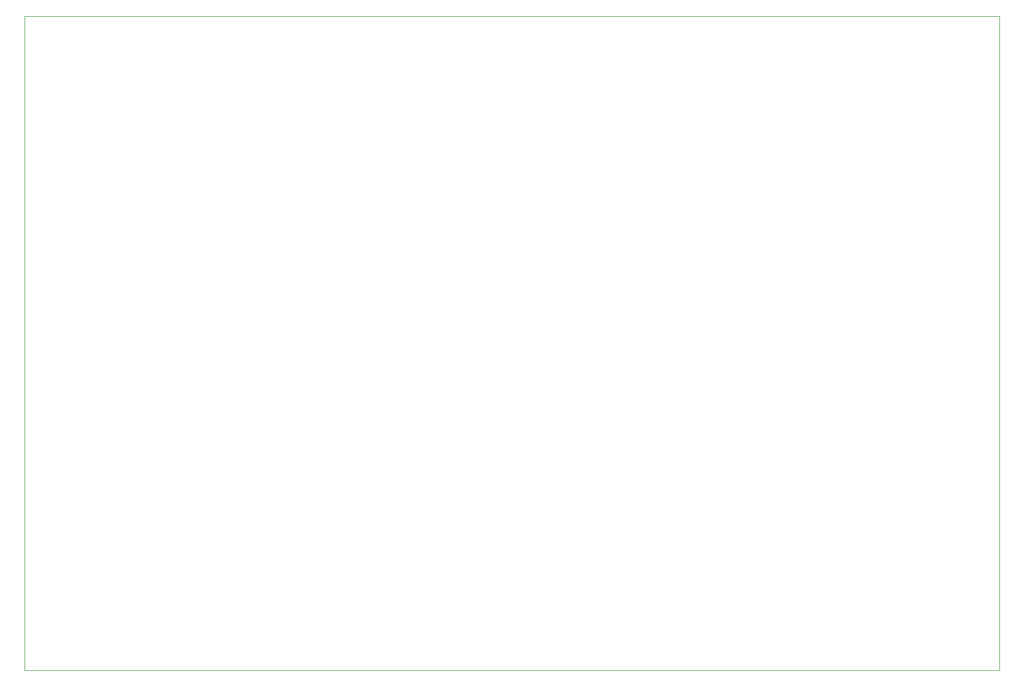
<source format=gbr>
G04 #@! TF.GenerationSoftware,KiCad,Pcbnew,(5.1.2)-2*
G04 #@! TF.CreationDate,2019-09-18T13:02:43-07:00*
G04 #@! TF.ProjectId,Cable Tester Board,4361626c-6520-4546-9573-74657220426f,rev?*
G04 #@! TF.SameCoordinates,Original*
G04 #@! TF.FileFunction,Profile,NP*
%FSLAX46Y46*%
G04 Gerber Fmt 4.6, Leading zero omitted, Abs format (unit mm)*
G04 Created by KiCad (PCBNEW (5.1.2)-2) date 2019-09-18 13:02:43*
%MOMM*%
%LPD*%
G04 APERTURE LIST*
%ADD10C,0.050000*%
G04 APERTURE END LIST*
D10*
X27100000Y-29500000D02*
X27100000Y-135500000D01*
X27100000Y-135500000D02*
X185000000Y-135500000D01*
X185000000Y-29500000D02*
X185000000Y-135500000D01*
X27100000Y-29500000D02*
X185000000Y-29500000D01*
M02*

</source>
